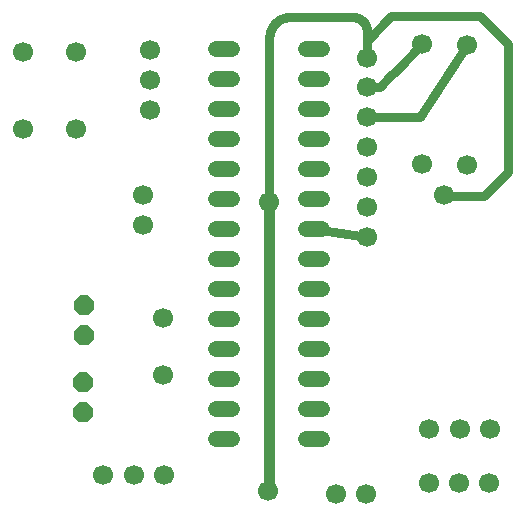
<source format=gbr>
G04 EAGLE Gerber X2 export*
%TF.Part,Single*%
%TF.FileFunction,Copper,L1,Top,Mixed*%
%TF.FilePolarity,Positive*%
%TF.GenerationSoftware,Autodesk,EAGLE,8.6.0*%
%TF.CreationDate,2018-07-05T08:11:20Z*%
G75*
%MOMM*%
%FSLAX34Y34*%
%LPD*%
%AMOC8*
5,1,8,0,0,1.08239X$1,22.5*%
G01*
%ADD10C,1.320800*%
%ADD11C,1.700000*%
%ADD12P,1.814519X8X292.500000*%
%ADD13C,0.800000*%
%ADD14C,0.900000*%


D10*
X826296Y211100D02*
X839504Y211100D01*
X839504Y185700D02*
X826296Y185700D01*
X826296Y58700D02*
X839504Y58700D01*
X839504Y33300D02*
X826296Y33300D01*
X826296Y160300D02*
X839504Y160300D01*
X839504Y134900D02*
X826296Y134900D01*
X826296Y84100D02*
X839504Y84100D01*
X839504Y109500D02*
X826296Y109500D01*
X826296Y7900D02*
X839504Y7900D01*
X839504Y-17500D02*
X826296Y-17500D01*
X826296Y-42900D02*
X839504Y-42900D01*
X839504Y-68300D02*
X826296Y-68300D01*
X826296Y-93700D02*
X839504Y-93700D01*
X839504Y-119100D02*
X826296Y-119100D01*
X902496Y-119100D02*
X915704Y-119100D01*
X915704Y-93700D02*
X902496Y-93700D01*
X902496Y-68300D02*
X915704Y-68300D01*
X915704Y-42900D02*
X902496Y-42900D01*
X902496Y-17500D02*
X915704Y-17500D01*
X915704Y7900D02*
X902496Y7900D01*
X902496Y33300D02*
X915704Y33300D01*
X915704Y58700D02*
X902496Y58700D01*
X902496Y84100D02*
X915704Y84100D01*
X915704Y109500D02*
X902496Y109500D01*
X902496Y134900D02*
X915704Y134900D01*
X915704Y160300D02*
X902496Y160300D01*
X902496Y185700D02*
X915704Y185700D01*
X915704Y211100D02*
X902496Y211100D01*
D11*
X764500Y87600D03*
X764500Y62100D03*
X756500Y-149000D03*
X782000Y-149000D03*
X731000Y-149000D03*
X1032500Y-110000D03*
X1058000Y-110000D03*
X1007000Y-110000D03*
X1032000Y-156000D03*
X1057500Y-156000D03*
X1006500Y-156000D03*
X770000Y185500D03*
X770000Y211000D03*
X770000Y160000D03*
X954000Y102750D03*
X954000Y128250D03*
X954000Y153750D03*
X954000Y179250D03*
X954000Y204250D03*
X954000Y77750D03*
X954000Y52250D03*
X1001000Y215300D03*
X1001000Y113700D03*
X1039000Y214800D03*
X1039000Y113200D03*
D12*
X714000Y-70300D03*
X714000Y-95700D03*
D11*
X781000Y-64630D03*
X781000Y-16370D03*
X707500Y144000D03*
X662500Y144000D03*
X662500Y209000D03*
X707500Y209000D03*
D12*
X714500Y-5300D03*
X714500Y-30700D03*
D11*
X953100Y-165000D03*
X927600Y-165000D03*
D13*
X954000Y52250D02*
X909100Y58700D01*
X978500Y192800D02*
X1001000Y215300D01*
X978500Y192800D02*
X974000Y188500D01*
X964750Y179250D01*
X954000Y179250D01*
X998950Y153750D02*
X1039000Y214800D01*
X998950Y153750D02*
X954000Y153750D01*
D11*
X870500Y-162500D03*
X871500Y82000D03*
D14*
X871500Y-161500D01*
D13*
X870500Y-162500D01*
D11*
X1019000Y87500D03*
D13*
X954000Y204250D02*
X954000Y218500D01*
X974500Y239000D02*
X1050000Y239000D01*
X1073500Y215500D01*
X1073500Y107500D02*
X1053000Y87000D01*
X1019500Y87000D01*
X1019000Y87500D01*
X954000Y218500D02*
X974500Y239000D01*
X1073500Y215500D02*
X1073500Y107500D01*
X954000Y204250D02*
X954000Y226500D01*
X953996Y226790D01*
X953986Y227080D01*
X953968Y227369D01*
X953944Y227658D01*
X953913Y227946D01*
X953874Y228234D01*
X953829Y228520D01*
X953776Y228806D01*
X953717Y229089D01*
X953651Y229372D01*
X953579Y229652D01*
X953499Y229931D01*
X953413Y230208D01*
X953320Y230483D01*
X953220Y230755D01*
X953114Y231025D01*
X953002Y231292D01*
X952882Y231557D01*
X952757Y231818D01*
X952625Y232077D01*
X952488Y232332D01*
X952344Y232584D01*
X952194Y232832D01*
X952038Y233076D01*
X951876Y233317D01*
X951708Y233553D01*
X951535Y233786D01*
X951356Y234014D01*
X951172Y234238D01*
X950982Y234457D01*
X950787Y234672D01*
X950587Y234882D01*
X950382Y235087D01*
X950172Y235287D01*
X949957Y235482D01*
X949738Y235672D01*
X949514Y235856D01*
X949286Y236035D01*
X949053Y236208D01*
X948817Y236376D01*
X948576Y236538D01*
X948332Y236694D01*
X948084Y236844D01*
X947832Y236988D01*
X947577Y237125D01*
X947318Y237257D01*
X947057Y237382D01*
X946792Y237502D01*
X946525Y237614D01*
X946255Y237720D01*
X945983Y237820D01*
X945708Y237913D01*
X945431Y237999D01*
X945152Y238079D01*
X944872Y238151D01*
X944589Y238217D01*
X944306Y238276D01*
X944020Y238329D01*
X943734Y238374D01*
X943446Y238413D01*
X943158Y238444D01*
X942869Y238468D01*
X942580Y238486D01*
X942290Y238496D01*
X942000Y238500D01*
X871500Y221000D02*
X871500Y82000D01*
X871500Y221000D02*
X871505Y221423D01*
X871520Y221845D01*
X871546Y222268D01*
X871582Y222689D01*
X871628Y223109D01*
X871684Y223529D01*
X871750Y223946D01*
X871826Y224362D01*
X871912Y224776D01*
X872009Y225188D01*
X872115Y225597D01*
X872231Y226004D01*
X872357Y226408D01*
X872492Y226808D01*
X872637Y227206D01*
X872792Y227599D01*
X872956Y227989D01*
X873130Y228375D01*
X873313Y228756D01*
X873505Y229133D01*
X873706Y229505D01*
X873916Y229872D01*
X874134Y230234D01*
X874362Y230590D01*
X874598Y230941D01*
X874842Y231286D01*
X875095Y231625D01*
X875356Y231958D01*
X875624Y232285D01*
X875901Y232605D01*
X876185Y232918D01*
X876477Y233224D01*
X876776Y233523D01*
X877082Y233815D01*
X877395Y234099D01*
X877715Y234376D01*
X878042Y234644D01*
X878375Y234905D01*
X878714Y235158D01*
X879059Y235402D01*
X879410Y235638D01*
X879766Y235866D01*
X880128Y236084D01*
X880495Y236294D01*
X880867Y236495D01*
X881244Y236687D01*
X881625Y236870D01*
X882011Y237044D01*
X882401Y237208D01*
X882794Y237363D01*
X883192Y237508D01*
X883592Y237643D01*
X883996Y237769D01*
X884403Y237885D01*
X884812Y237991D01*
X885224Y238088D01*
X885638Y238174D01*
X886054Y238250D01*
X886471Y238316D01*
X886891Y238372D01*
X887311Y238418D01*
X887732Y238454D01*
X888155Y238480D01*
X888577Y238495D01*
X889000Y238500D01*
X942000Y238500D01*
M02*

</source>
